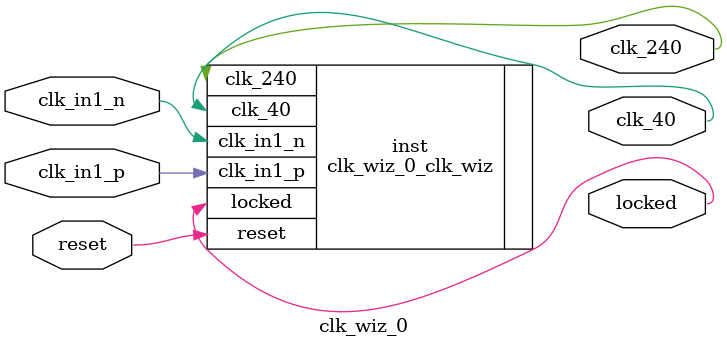
<source format=v>


`timescale 1ps/1ps

(* CORE_GENERATION_INFO = "clk_wiz_0,clk_wiz_v6_0_5_0_0,{component_name=clk_wiz_0,use_phase_alignment=true,use_min_o_jitter=false,use_max_i_jitter=false,use_dyn_phase_shift=false,use_inclk_switchover=false,use_dyn_reconfig=false,enable_axi=0,feedback_source=FDBK_AUTO,PRIMITIVE=MMCM,num_out_clk=2,clkin1_period=6.400,clkin2_period=10.0,use_power_down=false,use_reset=true,use_locked=true,use_inclk_stopped=false,feedback_type=SINGLE,CLOCK_MGR_TYPE=NA,manual_override=false}" *)

module clk_wiz_0 
 (
  // Clock out ports
  output        clk_240,
  output        clk_40,
  // Status and control signals
  input         reset,
  output        locked,
 // Clock in ports
  input         clk_in1_p,
  input         clk_in1_n
 );

  clk_wiz_0_clk_wiz inst
  (
  // Clock out ports  
  .clk_240(clk_240),
  .clk_40(clk_40),
  // Status and control signals               
  .reset(reset), 
  .locked(locked),
 // Clock in ports
  .clk_in1_p(clk_in1_p),
  .clk_in1_n(clk_in1_n)
  );

endmodule

</source>
